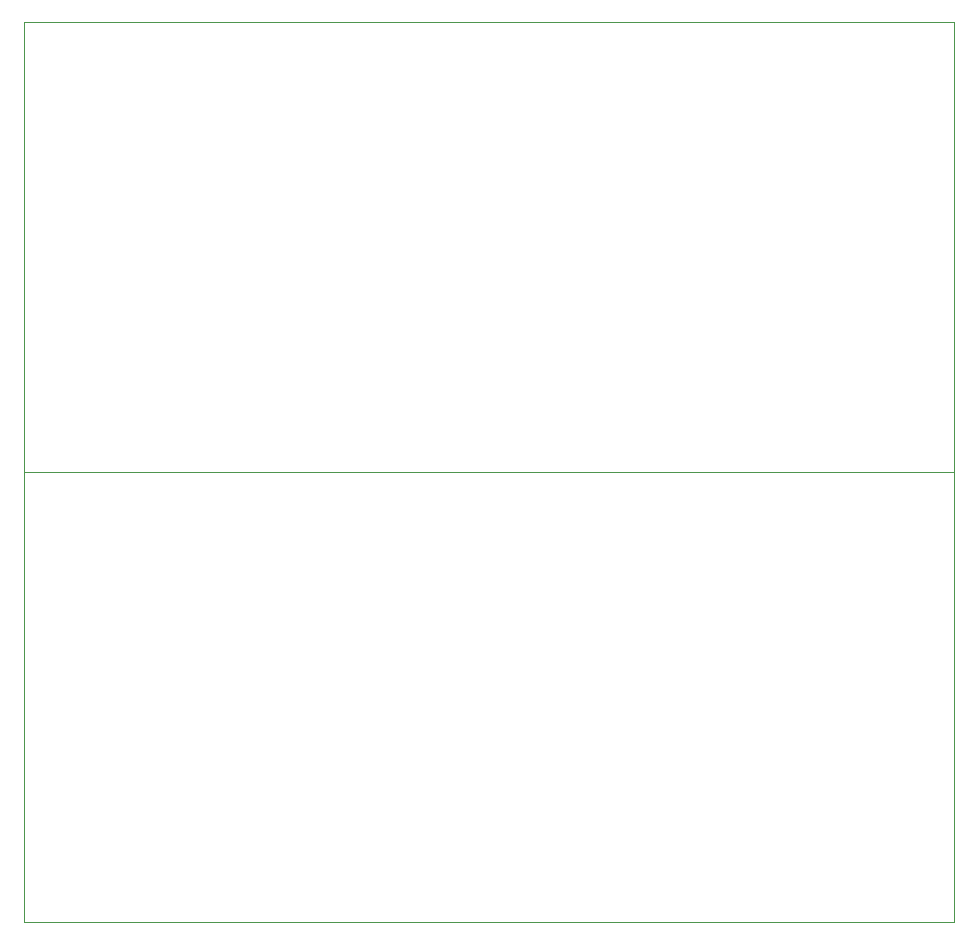
<source format=gbr>
G04 #@! TF.GenerationSoftware,KiCad,Pcbnew,5.1.5+dfsg1-2build2*
G04 #@! TF.CreationDate,2021-02-19T18:32:34-05:00*
G04 #@! TF.ProjectId,,58585858-5858-4585-9858-585858585858,rev?*
G04 #@! TF.SameCoordinates,Original*
G04 #@! TF.FileFunction,Profile,NP*
%FSLAX46Y46*%
G04 Gerber Fmt 4.6, Leading zero omitted, Abs format (unit mm)*
G04 Created by KiCad (PCBNEW 5.1.5+dfsg1-2build2) date 2021-02-19 18:32:34*
%MOMM*%
%LPD*%
G04 APERTURE LIST*
%ADD10C,0.050000*%
G04 APERTURE END LIST*
D10*
X178750000Y-92390000D02*
X178750000Y-130490000D01*
X100010000Y-130490000D02*
X178750000Y-130490000D01*
X100010000Y-92390000D02*
X178750000Y-92390000D01*
X100010000Y-92390000D02*
X100010000Y-130490000D01*
X178750000Y-54290000D02*
X178750000Y-92390000D01*
X100010000Y-92390000D02*
X178750000Y-92390000D01*
X100010000Y-54290000D02*
X178750000Y-54290000D01*
X100010000Y-54290000D02*
X100010000Y-92390000D01*
M02*

</source>
